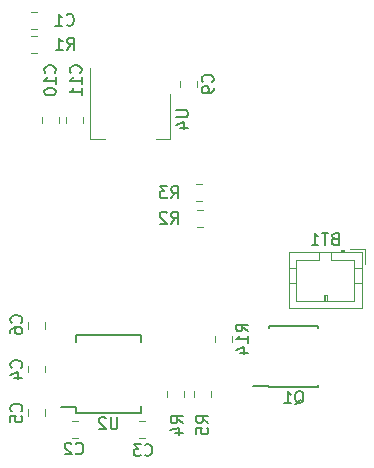
<source format=gbo>
G04 #@! TF.GenerationSoftware,KiCad,Pcbnew,5.0.2-bee76a0~70~ubuntu18.04.1*
G04 #@! TF.CreationDate,2019-03-24T19:46:42+10:00*
G04 #@! TF.ProjectId,esp32_rs232_adapter,65737033-325f-4727-9332-33325f616461,rev?*
G04 #@! TF.SameCoordinates,Original*
G04 #@! TF.FileFunction,Legend,Bot*
G04 #@! TF.FilePolarity,Positive*
%FSLAX46Y46*%
G04 Gerber Fmt 4.6, Leading zero omitted, Abs format (unit mm)*
G04 Created by KiCad (PCBNEW 5.0.2-bee76a0~70~ubuntu18.04.1) date Sun 24 Mar 2019 19:46:42 AEST*
%MOMM*%
%LPD*%
G01*
G04 APERTURE LIST*
%ADD10C,0.120000*%
%ADD11C,0.150000*%
G04 APERTURE END LIST*
D10*
G04 #@! TO.C,C1*
X147393922Y-88467000D02*
X147911078Y-88467000D01*
X147393922Y-87047000D02*
X147911078Y-87047000D01*
G04 #@! TO.C,C2*
X150878511Y-123119599D02*
X151395667Y-123119599D01*
X150878511Y-121699599D02*
X151395667Y-121699599D01*
G04 #@! TO.C,C3*
X157080667Y-121699599D02*
X156563511Y-121699599D01*
X157080667Y-123119599D02*
X156563511Y-123119599D01*
G04 #@! TO.C,C4*
X147173589Y-117509677D02*
X147173589Y-116992521D01*
X148593589Y-117509677D02*
X148593589Y-116992521D01*
G04 #@! TO.C,C5*
X148593589Y-121222677D02*
X148593589Y-120705521D01*
X147173589Y-121222677D02*
X147173589Y-120705521D01*
G04 #@! TO.C,C6*
X148593589Y-113339521D02*
X148593589Y-113856677D01*
X147173589Y-113339521D02*
X147173589Y-113856677D01*
G04 #@! TO.C,C9*
X160072000Y-93398078D02*
X160072000Y-92880922D01*
X161492000Y-93398078D02*
X161492000Y-92880922D01*
G04 #@! TO.C,C10*
X149808000Y-96446078D02*
X149808000Y-95928922D01*
X148388000Y-96446078D02*
X148388000Y-95928922D01*
G04 #@! TO.C,C11*
X150420000Y-96446078D02*
X150420000Y-95928922D01*
X151840000Y-96446078D02*
X151840000Y-95928922D01*
G04 #@! TO.C,R1*
X147911078Y-89079000D02*
X147393922Y-89079000D01*
X147911078Y-90499000D02*
X147393922Y-90499000D01*
G04 #@! TO.C,R2*
X161490922Y-103811000D02*
X162008078Y-103811000D01*
X161490922Y-105231000D02*
X162008078Y-105231000D01*
G04 #@! TO.C,R3*
X161412422Y-103072000D02*
X161929578Y-103072000D01*
X161412422Y-101652000D02*
X161929578Y-101652000D01*
G04 #@! TO.C,R4*
X160404589Y-119668677D02*
X160404589Y-119151521D01*
X158984589Y-119668677D02*
X158984589Y-119151521D01*
G04 #@! TO.C,R5*
X162690589Y-119668677D02*
X162690589Y-119151521D01*
X161270589Y-119668677D02*
X161270589Y-119151521D01*
D11*
G04 #@! TO.C,U2*
X151204589Y-120985599D02*
X151204589Y-120510599D01*
X156754589Y-120985599D02*
X156754589Y-120410599D01*
X156754589Y-114435599D02*
X156754589Y-115010599D01*
X151204589Y-114435599D02*
X151204589Y-115010599D01*
X151204589Y-120985599D02*
X156754589Y-120985599D01*
X151204589Y-114435599D02*
X156754589Y-114435599D01*
X151204589Y-120510599D02*
X149929589Y-120510599D01*
D10*
G04 #@! TO.C,BT1*
X175415000Y-107410000D02*
X175415000Y-112130000D01*
X175415000Y-112130000D02*
X169295000Y-112130000D01*
X169295000Y-112130000D02*
X169295000Y-107410000D01*
X169295000Y-107410000D02*
X175415000Y-107410000D01*
X173655000Y-107410000D02*
X173655000Y-107210000D01*
X173655000Y-107210000D02*
X173955000Y-107210000D01*
X173955000Y-107210000D02*
X173955000Y-107410000D01*
X173655000Y-107310000D02*
X173955000Y-107310000D01*
X172855000Y-107410000D02*
X172855000Y-108020000D01*
X172855000Y-108020000D02*
X174805000Y-108020000D01*
X174805000Y-108020000D02*
X174805000Y-111520000D01*
X174805000Y-111520000D02*
X169905000Y-111520000D01*
X169905000Y-111520000D02*
X169905000Y-108020000D01*
X169905000Y-108020000D02*
X171855000Y-108020000D01*
X171855000Y-108020000D02*
X171855000Y-107410000D01*
X175415000Y-108720000D02*
X174805000Y-108720000D01*
X175415000Y-110020000D02*
X174805000Y-110020000D01*
X169295000Y-108720000D02*
X169905000Y-108720000D01*
X169295000Y-110020000D02*
X169905000Y-110020000D01*
X172455000Y-111520000D02*
X172455000Y-111020000D01*
X172455000Y-111020000D02*
X172255000Y-111020000D01*
X172255000Y-111020000D02*
X172255000Y-111520000D01*
X172355000Y-111520000D02*
X172355000Y-111020000D01*
X174465000Y-107110000D02*
X175715000Y-107110000D01*
X175715000Y-107110000D02*
X175715000Y-108360000D01*
G04 #@! TO.C,U4*
X159239000Y-97795000D02*
X157979000Y-97795000D01*
X152419000Y-97795000D02*
X153679000Y-97795000D01*
X159239000Y-94035000D02*
X159239000Y-97795000D01*
X152419000Y-91785000D02*
X152419000Y-97795000D01*
D11*
G04 #@! TO.C,Q1*
X167597000Y-118780000D02*
X167597000Y-118730000D01*
X171747000Y-118780000D02*
X171747000Y-118635000D01*
X171747000Y-113630000D02*
X171747000Y-113775000D01*
X167597000Y-113630000D02*
X167597000Y-113775000D01*
X167597000Y-118780000D02*
X171747000Y-118780000D01*
X167597000Y-113630000D02*
X171747000Y-113630000D01*
X167597000Y-118730000D02*
X166197000Y-118730000D01*
D10*
G04 #@! TO.C,R14*
X164413000Y-114988078D02*
X164413000Y-114470922D01*
X162993000Y-114988078D02*
X162993000Y-114470922D01*
G04 #@! TO.C,C1*
D11*
X150437666Y-88114142D02*
X150485285Y-88161761D01*
X150628142Y-88209380D01*
X150723380Y-88209380D01*
X150866238Y-88161761D01*
X150961476Y-88066523D01*
X151009095Y-87971285D01*
X151056714Y-87780809D01*
X151056714Y-87637952D01*
X151009095Y-87447476D01*
X150961476Y-87352238D01*
X150866238Y-87257000D01*
X150723380Y-87209380D01*
X150628142Y-87209380D01*
X150485285Y-87257000D01*
X150437666Y-87304619D01*
X149485285Y-88209380D02*
X150056714Y-88209380D01*
X149771000Y-88209380D02*
X149771000Y-87209380D01*
X149866238Y-87352238D01*
X149961476Y-87447476D01*
X150056714Y-87495095D01*
G04 #@! TO.C,C2*
X151225255Y-124417741D02*
X151272874Y-124465360D01*
X151415731Y-124512979D01*
X151510969Y-124512979D01*
X151653827Y-124465360D01*
X151749065Y-124370122D01*
X151796684Y-124274884D01*
X151844303Y-124084408D01*
X151844303Y-123941551D01*
X151796684Y-123751075D01*
X151749065Y-123655837D01*
X151653827Y-123560599D01*
X151510969Y-123512979D01*
X151415731Y-123512979D01*
X151272874Y-123560599D01*
X151225255Y-123608218D01*
X150844303Y-123608218D02*
X150796684Y-123560599D01*
X150701446Y-123512979D01*
X150463350Y-123512979D01*
X150368112Y-123560599D01*
X150320493Y-123608218D01*
X150272874Y-123703456D01*
X150272874Y-123798694D01*
X150320493Y-123941551D01*
X150891922Y-124512979D01*
X150272874Y-124512979D01*
G04 #@! TO.C,C3*
X157067255Y-124544741D02*
X157114874Y-124592360D01*
X157257731Y-124639979D01*
X157352969Y-124639979D01*
X157495827Y-124592360D01*
X157591065Y-124497122D01*
X157638684Y-124401884D01*
X157686303Y-124211408D01*
X157686303Y-124068551D01*
X157638684Y-123878075D01*
X157591065Y-123782837D01*
X157495827Y-123687599D01*
X157352969Y-123639979D01*
X157257731Y-123639979D01*
X157114874Y-123687599D01*
X157067255Y-123735218D01*
X156733922Y-123639979D02*
X156114874Y-123639979D01*
X156448208Y-124020932D01*
X156305350Y-124020932D01*
X156210112Y-124068551D01*
X156162493Y-124116170D01*
X156114874Y-124211408D01*
X156114874Y-124449503D01*
X156162493Y-124544741D01*
X156210112Y-124592360D01*
X156305350Y-124639979D01*
X156591065Y-124639979D01*
X156686303Y-124592360D01*
X156733922Y-124544741D01*
G04 #@! TO.C,C4*
X146589731Y-117162932D02*
X146637350Y-117115313D01*
X146684969Y-116972456D01*
X146684969Y-116877218D01*
X146637350Y-116734360D01*
X146542112Y-116639122D01*
X146446874Y-116591503D01*
X146256398Y-116543884D01*
X146113541Y-116543884D01*
X145923065Y-116591503D01*
X145827827Y-116639122D01*
X145732589Y-116734360D01*
X145684969Y-116877218D01*
X145684969Y-116972456D01*
X145732589Y-117115313D01*
X145780208Y-117162932D01*
X146018303Y-118020075D02*
X146684969Y-118020075D01*
X145637350Y-117781979D02*
X146351636Y-117543884D01*
X146351636Y-118162932D01*
G04 #@! TO.C,C5*
X146589731Y-120845932D02*
X146637350Y-120798313D01*
X146684969Y-120655456D01*
X146684969Y-120560218D01*
X146637350Y-120417360D01*
X146542112Y-120322122D01*
X146446874Y-120274503D01*
X146256398Y-120226884D01*
X146113541Y-120226884D01*
X145923065Y-120274503D01*
X145827827Y-120322122D01*
X145732589Y-120417360D01*
X145684969Y-120560218D01*
X145684969Y-120655456D01*
X145732589Y-120798313D01*
X145780208Y-120845932D01*
X145684969Y-121750694D02*
X145684969Y-121274503D01*
X146161160Y-121226884D01*
X146113541Y-121274503D01*
X146065922Y-121369741D01*
X146065922Y-121607837D01*
X146113541Y-121703075D01*
X146161160Y-121750694D01*
X146256398Y-121798313D01*
X146494493Y-121798313D01*
X146589731Y-121750694D01*
X146637350Y-121703075D01*
X146684969Y-121607837D01*
X146684969Y-121369741D01*
X146637350Y-121274503D01*
X146589731Y-121226884D01*
G04 #@! TO.C,C6*
X146589731Y-113352932D02*
X146637350Y-113305313D01*
X146684969Y-113162456D01*
X146684969Y-113067218D01*
X146637350Y-112924360D01*
X146542112Y-112829122D01*
X146446874Y-112781503D01*
X146256398Y-112733884D01*
X146113541Y-112733884D01*
X145923065Y-112781503D01*
X145827827Y-112829122D01*
X145732589Y-112924360D01*
X145684969Y-113067218D01*
X145684969Y-113162456D01*
X145732589Y-113305313D01*
X145780208Y-113352932D01*
X145684969Y-114210075D02*
X145684969Y-114019599D01*
X145732589Y-113924360D01*
X145780208Y-113876741D01*
X145923065Y-113781503D01*
X146113541Y-113733884D01*
X146494493Y-113733884D01*
X146589731Y-113781503D01*
X146637350Y-113829122D01*
X146684969Y-113924360D01*
X146684969Y-114114837D01*
X146637350Y-114210075D01*
X146589731Y-114257694D01*
X146494493Y-114305313D01*
X146256398Y-114305313D01*
X146161160Y-114257694D01*
X146113541Y-114210075D01*
X146065922Y-114114837D01*
X146065922Y-113924360D01*
X146113541Y-113829122D01*
X146161160Y-113781503D01*
X146256398Y-113733884D01*
G04 #@! TO.C,C9*
X162789142Y-92972833D02*
X162836761Y-92925214D01*
X162884380Y-92782357D01*
X162884380Y-92687119D01*
X162836761Y-92544261D01*
X162741523Y-92449023D01*
X162646285Y-92401404D01*
X162455809Y-92353785D01*
X162312952Y-92353785D01*
X162122476Y-92401404D01*
X162027238Y-92449023D01*
X161932000Y-92544261D01*
X161884380Y-92687119D01*
X161884380Y-92782357D01*
X161932000Y-92925214D01*
X161979619Y-92972833D01*
X162884380Y-93449023D02*
X162884380Y-93639500D01*
X162836761Y-93734738D01*
X162789142Y-93782357D01*
X162646285Y-93877595D01*
X162455809Y-93925214D01*
X162074857Y-93925214D01*
X161979619Y-93877595D01*
X161932000Y-93829976D01*
X161884380Y-93734738D01*
X161884380Y-93544261D01*
X161932000Y-93449023D01*
X161979619Y-93401404D01*
X162074857Y-93353785D01*
X162312952Y-93353785D01*
X162408190Y-93401404D01*
X162455809Y-93449023D01*
X162503428Y-93544261D01*
X162503428Y-93734738D01*
X162455809Y-93829976D01*
X162408190Y-93877595D01*
X162312952Y-93925214D01*
G04 #@! TO.C,C10*
X149455142Y-92194142D02*
X149502761Y-92146523D01*
X149550380Y-92003666D01*
X149550380Y-91908428D01*
X149502761Y-91765571D01*
X149407523Y-91670333D01*
X149312285Y-91622714D01*
X149121809Y-91575095D01*
X148978952Y-91575095D01*
X148788476Y-91622714D01*
X148693238Y-91670333D01*
X148598000Y-91765571D01*
X148550380Y-91908428D01*
X148550380Y-92003666D01*
X148598000Y-92146523D01*
X148645619Y-92194142D01*
X149550380Y-93146523D02*
X149550380Y-92575095D01*
X149550380Y-92860809D02*
X148550380Y-92860809D01*
X148693238Y-92765571D01*
X148788476Y-92670333D01*
X148836095Y-92575095D01*
X148550380Y-93765571D02*
X148550380Y-93860809D01*
X148598000Y-93956047D01*
X148645619Y-94003666D01*
X148740857Y-94051285D01*
X148931333Y-94098904D01*
X149169428Y-94098904D01*
X149359904Y-94051285D01*
X149455142Y-94003666D01*
X149502761Y-93956047D01*
X149550380Y-93860809D01*
X149550380Y-93765571D01*
X149502761Y-93670333D01*
X149455142Y-93622714D01*
X149359904Y-93575095D01*
X149169428Y-93527476D01*
X148931333Y-93527476D01*
X148740857Y-93575095D01*
X148645619Y-93622714D01*
X148598000Y-93670333D01*
X148550380Y-93765571D01*
G04 #@! TO.C,C11*
X151614142Y-92194142D02*
X151661761Y-92146523D01*
X151709380Y-92003666D01*
X151709380Y-91908428D01*
X151661761Y-91765571D01*
X151566523Y-91670333D01*
X151471285Y-91622714D01*
X151280809Y-91575095D01*
X151137952Y-91575095D01*
X150947476Y-91622714D01*
X150852238Y-91670333D01*
X150757000Y-91765571D01*
X150709380Y-91908428D01*
X150709380Y-92003666D01*
X150757000Y-92146523D01*
X150804619Y-92194142D01*
X151709380Y-93146523D02*
X151709380Y-92575095D01*
X151709380Y-92860809D02*
X150709380Y-92860809D01*
X150852238Y-92765571D01*
X150947476Y-92670333D01*
X150995095Y-92575095D01*
X151709380Y-94098904D02*
X151709380Y-93527476D01*
X151709380Y-93813190D02*
X150709380Y-93813190D01*
X150852238Y-93717952D01*
X150947476Y-93622714D01*
X150995095Y-93527476D01*
G04 #@! TO.C,R1*
X150486166Y-90241380D02*
X150819500Y-89765190D01*
X151057595Y-90241380D02*
X151057595Y-89241380D01*
X150676642Y-89241380D01*
X150581404Y-89289000D01*
X150533785Y-89336619D01*
X150486166Y-89431857D01*
X150486166Y-89574714D01*
X150533785Y-89669952D01*
X150581404Y-89717571D01*
X150676642Y-89765190D01*
X151057595Y-89765190D01*
X149533785Y-90241380D02*
X150105214Y-90241380D01*
X149819500Y-90241380D02*
X149819500Y-89241380D01*
X149914738Y-89384238D01*
X150009976Y-89479476D01*
X150105214Y-89527095D01*
G04 #@! TO.C,R2*
X159297666Y-104973380D02*
X159631000Y-104497190D01*
X159869095Y-104973380D02*
X159869095Y-103973380D01*
X159488142Y-103973380D01*
X159392904Y-104021000D01*
X159345285Y-104068619D01*
X159297666Y-104163857D01*
X159297666Y-104306714D01*
X159345285Y-104401952D01*
X159392904Y-104449571D01*
X159488142Y-104497190D01*
X159869095Y-104497190D01*
X158916714Y-104068619D02*
X158869095Y-104021000D01*
X158773857Y-103973380D01*
X158535761Y-103973380D01*
X158440523Y-104021000D01*
X158392904Y-104068619D01*
X158345285Y-104163857D01*
X158345285Y-104259095D01*
X158392904Y-104401952D01*
X158964333Y-104973380D01*
X158345285Y-104973380D01*
G04 #@! TO.C,R3*
X159297666Y-102814380D02*
X159631000Y-102338190D01*
X159869095Y-102814380D02*
X159869095Y-101814380D01*
X159488142Y-101814380D01*
X159392904Y-101862000D01*
X159345285Y-101909619D01*
X159297666Y-102004857D01*
X159297666Y-102147714D01*
X159345285Y-102242952D01*
X159392904Y-102290571D01*
X159488142Y-102338190D01*
X159869095Y-102338190D01*
X158964333Y-101814380D02*
X158345285Y-101814380D01*
X158678619Y-102195333D01*
X158535761Y-102195333D01*
X158440523Y-102242952D01*
X158392904Y-102290571D01*
X158345285Y-102385809D01*
X158345285Y-102623904D01*
X158392904Y-102719142D01*
X158440523Y-102766761D01*
X158535761Y-102814380D01*
X158821476Y-102814380D01*
X158916714Y-102766761D01*
X158964333Y-102719142D01*
G04 #@! TO.C,R4*
X160273969Y-121861932D02*
X159797779Y-121528599D01*
X160273969Y-121290503D02*
X159273969Y-121290503D01*
X159273969Y-121671456D01*
X159321589Y-121766694D01*
X159369208Y-121814313D01*
X159464446Y-121861932D01*
X159607303Y-121861932D01*
X159702541Y-121814313D01*
X159750160Y-121766694D01*
X159797779Y-121671456D01*
X159797779Y-121290503D01*
X159607303Y-122719075D02*
X160273969Y-122719075D01*
X159226350Y-122480979D02*
X159940636Y-122242884D01*
X159940636Y-122861932D01*
G04 #@! TO.C,R5*
X162432969Y-121861932D02*
X161956779Y-121528599D01*
X162432969Y-121290503D02*
X161432969Y-121290503D01*
X161432969Y-121671456D01*
X161480589Y-121766694D01*
X161528208Y-121814313D01*
X161623446Y-121861932D01*
X161766303Y-121861932D01*
X161861541Y-121814313D01*
X161909160Y-121766694D01*
X161956779Y-121671456D01*
X161956779Y-121290503D01*
X161432969Y-122766694D02*
X161432969Y-122290503D01*
X161909160Y-122242884D01*
X161861541Y-122290503D01*
X161813922Y-122385741D01*
X161813922Y-122623837D01*
X161861541Y-122719075D01*
X161909160Y-122766694D01*
X162004398Y-122814313D01*
X162242493Y-122814313D01*
X162337731Y-122766694D01*
X162385350Y-122719075D01*
X162432969Y-122623837D01*
X162432969Y-122385741D01*
X162385350Y-122290503D01*
X162337731Y-122242884D01*
G04 #@! TO.C,U2*
X154741493Y-121362979D02*
X154741493Y-122172503D01*
X154693874Y-122267741D01*
X154646255Y-122315360D01*
X154551017Y-122362979D01*
X154360541Y-122362979D01*
X154265303Y-122315360D01*
X154217684Y-122267741D01*
X154170065Y-122172503D01*
X154170065Y-121362979D01*
X153741493Y-121458218D02*
X153693874Y-121410599D01*
X153598636Y-121362979D01*
X153360541Y-121362979D01*
X153265303Y-121410599D01*
X153217684Y-121458218D01*
X153170065Y-121553456D01*
X153170065Y-121648694D01*
X153217684Y-121791551D01*
X153789112Y-122362979D01*
X153170065Y-122362979D01*
G04 #@! TO.C,BT1*
X173140714Y-106248571D02*
X172997857Y-106296190D01*
X172950238Y-106343809D01*
X172902619Y-106439047D01*
X172902619Y-106581904D01*
X172950238Y-106677142D01*
X172997857Y-106724761D01*
X173093095Y-106772380D01*
X173474047Y-106772380D01*
X173474047Y-105772380D01*
X173140714Y-105772380D01*
X173045476Y-105820000D01*
X172997857Y-105867619D01*
X172950238Y-105962857D01*
X172950238Y-106058095D01*
X172997857Y-106153333D01*
X173045476Y-106200952D01*
X173140714Y-106248571D01*
X173474047Y-106248571D01*
X172616904Y-105772380D02*
X172045476Y-105772380D01*
X172331190Y-106772380D02*
X172331190Y-105772380D01*
X171188333Y-106772380D02*
X171759761Y-106772380D01*
X171474047Y-106772380D02*
X171474047Y-105772380D01*
X171569285Y-105915238D01*
X171664523Y-106010476D01*
X171759761Y-106058095D01*
G04 #@! TO.C,U4*
X159726380Y-95377095D02*
X160535904Y-95377095D01*
X160631142Y-95424714D01*
X160678761Y-95472333D01*
X160726380Y-95567571D01*
X160726380Y-95758047D01*
X160678761Y-95853285D01*
X160631142Y-95900904D01*
X160535904Y-95948523D01*
X159726380Y-95948523D01*
X160059714Y-96853285D02*
X160726380Y-96853285D01*
X159678761Y-96615190D02*
X160393047Y-96377095D01*
X160393047Y-96996142D01*
G04 #@! TO.C,Q1*
X169767238Y-120252619D02*
X169862476Y-120205000D01*
X169957714Y-120109761D01*
X170100571Y-119966904D01*
X170195809Y-119919285D01*
X170291047Y-119919285D01*
X170243428Y-120157380D02*
X170338666Y-120109761D01*
X170433904Y-120014523D01*
X170481523Y-119824047D01*
X170481523Y-119490714D01*
X170433904Y-119300238D01*
X170338666Y-119205000D01*
X170243428Y-119157380D01*
X170052952Y-119157380D01*
X169957714Y-119205000D01*
X169862476Y-119300238D01*
X169814857Y-119490714D01*
X169814857Y-119824047D01*
X169862476Y-120014523D01*
X169957714Y-120109761D01*
X170052952Y-120157380D01*
X170243428Y-120157380D01*
X168862476Y-120157380D02*
X169433904Y-120157380D01*
X169148190Y-120157380D02*
X169148190Y-119157380D01*
X169243428Y-119300238D01*
X169338666Y-119395476D01*
X169433904Y-119443095D01*
G04 #@! TO.C,R14*
X165805380Y-114086642D02*
X165329190Y-113753309D01*
X165805380Y-113515214D02*
X164805380Y-113515214D01*
X164805380Y-113896166D01*
X164853000Y-113991404D01*
X164900619Y-114039023D01*
X164995857Y-114086642D01*
X165138714Y-114086642D01*
X165233952Y-114039023D01*
X165281571Y-113991404D01*
X165329190Y-113896166D01*
X165329190Y-113515214D01*
X165805380Y-115039023D02*
X165805380Y-114467595D01*
X165805380Y-114753309D02*
X164805380Y-114753309D01*
X164948238Y-114658071D01*
X165043476Y-114562833D01*
X165091095Y-114467595D01*
X165138714Y-115896166D02*
X165805380Y-115896166D01*
X164757761Y-115658071D02*
X165472047Y-115419976D01*
X165472047Y-116039023D01*
G04 #@! TD*
M02*

</source>
